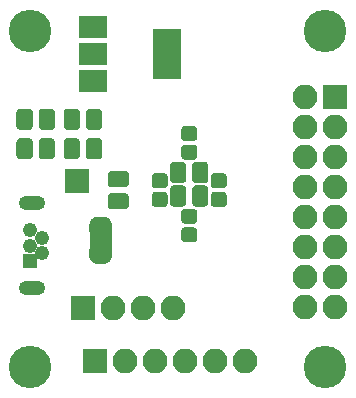
<source format=gbr>
G04 #@! TF.GenerationSoftware,KiCad,Pcbnew,(5.0.0-rc3-dev-2-g101b68b61)*
G04 #@! TF.CreationDate,2018-07-14T01:22:09-07:00*
G04 #@! TF.ProjectId,hp34401a_oled,68703334343031615F6F6C65642E6B69,rev?*
G04 #@! TF.SameCoordinates,Original*
G04 #@! TF.FileFunction,Soldermask,Top*
G04 #@! TF.FilePolarity,Negative*
%FSLAX46Y46*%
G04 Gerber Fmt 4.6, Leading zero omitted, Abs format (unit mm)*
G04 Created by KiCad (PCBNEW (5.0.0-rc3-dev-2-g101b68b61)) date 07/14/18 01:22:09*
%MOMM*%
%LPD*%
G01*
G04 APERTURE LIST*
%ADD10O,2.250000X1.250000*%
%ADD11C,1.240000*%
%ADD12R,1.240000X1.240000*%
%ADD13C,0.100000*%
%ADD14C,1.275000*%
%ADD15C,1.375000*%
%ADD16R,2.100000X2.100000*%
%ADD17O,2.100000X2.100000*%
%ADD18C,0.500000*%
%ADD19R,1.900000X1.400000*%
%ADD20R,2.400000X4.200000*%
%ADD21R,2.400000X1.900000*%
%ADD22C,3.600000*%
G04 APERTURE END LIST*
D10*
G04 #@! TO.C,J1*
X52720000Y-57125000D03*
X52720000Y-64275000D03*
D11*
X52500000Y-59400000D03*
X53500000Y-60050000D03*
X52500000Y-60700000D03*
X53500000Y-61350000D03*
D12*
X52500000Y-62000000D03*
G04 #@! TD*
D13*
G04 #@! TO.C,C3*
G36*
X63887493Y-54576535D02*
X63918435Y-54581125D01*
X63948778Y-54588725D01*
X63978230Y-54599263D01*
X64006508Y-54612638D01*
X64033338Y-54628719D01*
X64058463Y-54647353D01*
X64081640Y-54668360D01*
X64102647Y-54691537D01*
X64121281Y-54716662D01*
X64137362Y-54743492D01*
X64150737Y-54771770D01*
X64161275Y-54801222D01*
X64168875Y-54831565D01*
X64173465Y-54862507D01*
X64175000Y-54893750D01*
X64175000Y-55531250D01*
X64173465Y-55562493D01*
X64168875Y-55593435D01*
X64161275Y-55623778D01*
X64150737Y-55653230D01*
X64137362Y-55681508D01*
X64121281Y-55708338D01*
X64102647Y-55733463D01*
X64081640Y-55756640D01*
X64058463Y-55777647D01*
X64033338Y-55796281D01*
X64006508Y-55812362D01*
X63978230Y-55825737D01*
X63948778Y-55836275D01*
X63918435Y-55843875D01*
X63887493Y-55848465D01*
X63856250Y-55850000D01*
X63143750Y-55850000D01*
X63112507Y-55848465D01*
X63081565Y-55843875D01*
X63051222Y-55836275D01*
X63021770Y-55825737D01*
X62993492Y-55812362D01*
X62966662Y-55796281D01*
X62941537Y-55777647D01*
X62918360Y-55756640D01*
X62897353Y-55733463D01*
X62878719Y-55708338D01*
X62862638Y-55681508D01*
X62849263Y-55653230D01*
X62838725Y-55623778D01*
X62831125Y-55593435D01*
X62826535Y-55562493D01*
X62825000Y-55531250D01*
X62825000Y-54893750D01*
X62826535Y-54862507D01*
X62831125Y-54831565D01*
X62838725Y-54801222D01*
X62849263Y-54771770D01*
X62862638Y-54743492D01*
X62878719Y-54716662D01*
X62897353Y-54691537D01*
X62918360Y-54668360D01*
X62941537Y-54647353D01*
X62966662Y-54628719D01*
X62993492Y-54612638D01*
X63021770Y-54599263D01*
X63051222Y-54588725D01*
X63081565Y-54581125D01*
X63112507Y-54576535D01*
X63143750Y-54575000D01*
X63856250Y-54575000D01*
X63887493Y-54576535D01*
X63887493Y-54576535D01*
G37*
D14*
X63500000Y-55212500D03*
D13*
G36*
X63887493Y-56151535D02*
X63918435Y-56156125D01*
X63948778Y-56163725D01*
X63978230Y-56174263D01*
X64006508Y-56187638D01*
X64033338Y-56203719D01*
X64058463Y-56222353D01*
X64081640Y-56243360D01*
X64102647Y-56266537D01*
X64121281Y-56291662D01*
X64137362Y-56318492D01*
X64150737Y-56346770D01*
X64161275Y-56376222D01*
X64168875Y-56406565D01*
X64173465Y-56437507D01*
X64175000Y-56468750D01*
X64175000Y-57106250D01*
X64173465Y-57137493D01*
X64168875Y-57168435D01*
X64161275Y-57198778D01*
X64150737Y-57228230D01*
X64137362Y-57256508D01*
X64121281Y-57283338D01*
X64102647Y-57308463D01*
X64081640Y-57331640D01*
X64058463Y-57352647D01*
X64033338Y-57371281D01*
X64006508Y-57387362D01*
X63978230Y-57400737D01*
X63948778Y-57411275D01*
X63918435Y-57418875D01*
X63887493Y-57423465D01*
X63856250Y-57425000D01*
X63143750Y-57425000D01*
X63112507Y-57423465D01*
X63081565Y-57418875D01*
X63051222Y-57411275D01*
X63021770Y-57400737D01*
X62993492Y-57387362D01*
X62966662Y-57371281D01*
X62941537Y-57352647D01*
X62918360Y-57331640D01*
X62897353Y-57308463D01*
X62878719Y-57283338D01*
X62862638Y-57256508D01*
X62849263Y-57228230D01*
X62838725Y-57198778D01*
X62831125Y-57168435D01*
X62826535Y-57137493D01*
X62825000Y-57106250D01*
X62825000Y-56468750D01*
X62826535Y-56437507D01*
X62831125Y-56406565D01*
X62838725Y-56376222D01*
X62849263Y-56346770D01*
X62862638Y-56318492D01*
X62878719Y-56291662D01*
X62897353Y-56266537D01*
X62918360Y-56243360D01*
X62941537Y-56222353D01*
X62966662Y-56203719D01*
X62993492Y-56187638D01*
X63021770Y-56174263D01*
X63051222Y-56163725D01*
X63081565Y-56156125D01*
X63112507Y-56151535D01*
X63143750Y-56150000D01*
X63856250Y-56150000D01*
X63887493Y-56151535D01*
X63887493Y-56151535D01*
G37*
D14*
X63500000Y-56787500D03*
G04 #@! TD*
D13*
G04 #@! TO.C,C4*
G36*
X66387493Y-57576535D02*
X66418435Y-57581125D01*
X66448778Y-57588725D01*
X66478230Y-57599263D01*
X66506508Y-57612638D01*
X66533338Y-57628719D01*
X66558463Y-57647353D01*
X66581640Y-57668360D01*
X66602647Y-57691537D01*
X66621281Y-57716662D01*
X66637362Y-57743492D01*
X66650737Y-57771770D01*
X66661275Y-57801222D01*
X66668875Y-57831565D01*
X66673465Y-57862507D01*
X66675000Y-57893750D01*
X66675000Y-58531250D01*
X66673465Y-58562493D01*
X66668875Y-58593435D01*
X66661275Y-58623778D01*
X66650737Y-58653230D01*
X66637362Y-58681508D01*
X66621281Y-58708338D01*
X66602647Y-58733463D01*
X66581640Y-58756640D01*
X66558463Y-58777647D01*
X66533338Y-58796281D01*
X66506508Y-58812362D01*
X66478230Y-58825737D01*
X66448778Y-58836275D01*
X66418435Y-58843875D01*
X66387493Y-58848465D01*
X66356250Y-58850000D01*
X65643750Y-58850000D01*
X65612507Y-58848465D01*
X65581565Y-58843875D01*
X65551222Y-58836275D01*
X65521770Y-58825737D01*
X65493492Y-58812362D01*
X65466662Y-58796281D01*
X65441537Y-58777647D01*
X65418360Y-58756640D01*
X65397353Y-58733463D01*
X65378719Y-58708338D01*
X65362638Y-58681508D01*
X65349263Y-58653230D01*
X65338725Y-58623778D01*
X65331125Y-58593435D01*
X65326535Y-58562493D01*
X65325000Y-58531250D01*
X65325000Y-57893750D01*
X65326535Y-57862507D01*
X65331125Y-57831565D01*
X65338725Y-57801222D01*
X65349263Y-57771770D01*
X65362638Y-57743492D01*
X65378719Y-57716662D01*
X65397353Y-57691537D01*
X65418360Y-57668360D01*
X65441537Y-57647353D01*
X65466662Y-57628719D01*
X65493492Y-57612638D01*
X65521770Y-57599263D01*
X65551222Y-57588725D01*
X65581565Y-57581125D01*
X65612507Y-57576535D01*
X65643750Y-57575000D01*
X66356250Y-57575000D01*
X66387493Y-57576535D01*
X66387493Y-57576535D01*
G37*
D14*
X66000000Y-58212500D03*
D13*
G36*
X66387493Y-59151535D02*
X66418435Y-59156125D01*
X66448778Y-59163725D01*
X66478230Y-59174263D01*
X66506508Y-59187638D01*
X66533338Y-59203719D01*
X66558463Y-59222353D01*
X66581640Y-59243360D01*
X66602647Y-59266537D01*
X66621281Y-59291662D01*
X66637362Y-59318492D01*
X66650737Y-59346770D01*
X66661275Y-59376222D01*
X66668875Y-59406565D01*
X66673465Y-59437507D01*
X66675000Y-59468750D01*
X66675000Y-60106250D01*
X66673465Y-60137493D01*
X66668875Y-60168435D01*
X66661275Y-60198778D01*
X66650737Y-60228230D01*
X66637362Y-60256508D01*
X66621281Y-60283338D01*
X66602647Y-60308463D01*
X66581640Y-60331640D01*
X66558463Y-60352647D01*
X66533338Y-60371281D01*
X66506508Y-60387362D01*
X66478230Y-60400737D01*
X66448778Y-60411275D01*
X66418435Y-60418875D01*
X66387493Y-60423465D01*
X66356250Y-60425000D01*
X65643750Y-60425000D01*
X65612507Y-60423465D01*
X65581565Y-60418875D01*
X65551222Y-60411275D01*
X65521770Y-60400737D01*
X65493492Y-60387362D01*
X65466662Y-60371281D01*
X65441537Y-60352647D01*
X65418360Y-60331640D01*
X65397353Y-60308463D01*
X65378719Y-60283338D01*
X65362638Y-60256508D01*
X65349263Y-60228230D01*
X65338725Y-60198778D01*
X65331125Y-60168435D01*
X65326535Y-60137493D01*
X65325000Y-60106250D01*
X65325000Y-59468750D01*
X65326535Y-59437507D01*
X65331125Y-59406565D01*
X65338725Y-59376222D01*
X65349263Y-59346770D01*
X65362638Y-59318492D01*
X65378719Y-59291662D01*
X65397353Y-59266537D01*
X65418360Y-59243360D01*
X65441537Y-59222353D01*
X65466662Y-59203719D01*
X65493492Y-59187638D01*
X65521770Y-59174263D01*
X65551222Y-59163725D01*
X65581565Y-59156125D01*
X65612507Y-59151535D01*
X65643750Y-59150000D01*
X66356250Y-59150000D01*
X66387493Y-59151535D01*
X66387493Y-59151535D01*
G37*
D14*
X66000000Y-59787500D03*
G04 #@! TD*
D13*
G04 #@! TO.C,C5*
G36*
X66387493Y-50576535D02*
X66418435Y-50581125D01*
X66448778Y-50588725D01*
X66478230Y-50599263D01*
X66506508Y-50612638D01*
X66533338Y-50628719D01*
X66558463Y-50647353D01*
X66581640Y-50668360D01*
X66602647Y-50691537D01*
X66621281Y-50716662D01*
X66637362Y-50743492D01*
X66650737Y-50771770D01*
X66661275Y-50801222D01*
X66668875Y-50831565D01*
X66673465Y-50862507D01*
X66675000Y-50893750D01*
X66675000Y-51531250D01*
X66673465Y-51562493D01*
X66668875Y-51593435D01*
X66661275Y-51623778D01*
X66650737Y-51653230D01*
X66637362Y-51681508D01*
X66621281Y-51708338D01*
X66602647Y-51733463D01*
X66581640Y-51756640D01*
X66558463Y-51777647D01*
X66533338Y-51796281D01*
X66506508Y-51812362D01*
X66478230Y-51825737D01*
X66448778Y-51836275D01*
X66418435Y-51843875D01*
X66387493Y-51848465D01*
X66356250Y-51850000D01*
X65643750Y-51850000D01*
X65612507Y-51848465D01*
X65581565Y-51843875D01*
X65551222Y-51836275D01*
X65521770Y-51825737D01*
X65493492Y-51812362D01*
X65466662Y-51796281D01*
X65441537Y-51777647D01*
X65418360Y-51756640D01*
X65397353Y-51733463D01*
X65378719Y-51708338D01*
X65362638Y-51681508D01*
X65349263Y-51653230D01*
X65338725Y-51623778D01*
X65331125Y-51593435D01*
X65326535Y-51562493D01*
X65325000Y-51531250D01*
X65325000Y-50893750D01*
X65326535Y-50862507D01*
X65331125Y-50831565D01*
X65338725Y-50801222D01*
X65349263Y-50771770D01*
X65362638Y-50743492D01*
X65378719Y-50716662D01*
X65397353Y-50691537D01*
X65418360Y-50668360D01*
X65441537Y-50647353D01*
X65466662Y-50628719D01*
X65493492Y-50612638D01*
X65521770Y-50599263D01*
X65551222Y-50588725D01*
X65581565Y-50581125D01*
X65612507Y-50576535D01*
X65643750Y-50575000D01*
X66356250Y-50575000D01*
X66387493Y-50576535D01*
X66387493Y-50576535D01*
G37*
D14*
X66000000Y-51212500D03*
D13*
G36*
X66387493Y-52151535D02*
X66418435Y-52156125D01*
X66448778Y-52163725D01*
X66478230Y-52174263D01*
X66506508Y-52187638D01*
X66533338Y-52203719D01*
X66558463Y-52222353D01*
X66581640Y-52243360D01*
X66602647Y-52266537D01*
X66621281Y-52291662D01*
X66637362Y-52318492D01*
X66650737Y-52346770D01*
X66661275Y-52376222D01*
X66668875Y-52406565D01*
X66673465Y-52437507D01*
X66675000Y-52468750D01*
X66675000Y-53106250D01*
X66673465Y-53137493D01*
X66668875Y-53168435D01*
X66661275Y-53198778D01*
X66650737Y-53228230D01*
X66637362Y-53256508D01*
X66621281Y-53283338D01*
X66602647Y-53308463D01*
X66581640Y-53331640D01*
X66558463Y-53352647D01*
X66533338Y-53371281D01*
X66506508Y-53387362D01*
X66478230Y-53400737D01*
X66448778Y-53411275D01*
X66418435Y-53418875D01*
X66387493Y-53423465D01*
X66356250Y-53425000D01*
X65643750Y-53425000D01*
X65612507Y-53423465D01*
X65581565Y-53418875D01*
X65551222Y-53411275D01*
X65521770Y-53400737D01*
X65493492Y-53387362D01*
X65466662Y-53371281D01*
X65441537Y-53352647D01*
X65418360Y-53331640D01*
X65397353Y-53308463D01*
X65378719Y-53283338D01*
X65362638Y-53256508D01*
X65349263Y-53228230D01*
X65338725Y-53198778D01*
X65331125Y-53168435D01*
X65326535Y-53137493D01*
X65325000Y-53106250D01*
X65325000Y-52468750D01*
X65326535Y-52437507D01*
X65331125Y-52406565D01*
X65338725Y-52376222D01*
X65349263Y-52346770D01*
X65362638Y-52318492D01*
X65378719Y-52291662D01*
X65397353Y-52266537D01*
X65418360Y-52243360D01*
X65441537Y-52222353D01*
X65466662Y-52203719D01*
X65493492Y-52187638D01*
X65521770Y-52174263D01*
X65551222Y-52163725D01*
X65581565Y-52156125D01*
X65612507Y-52151535D01*
X65643750Y-52150000D01*
X66356250Y-52150000D01*
X66387493Y-52151535D01*
X66387493Y-52151535D01*
G37*
D14*
X66000000Y-52787500D03*
G04 #@! TD*
D13*
G04 #@! TO.C,C6*
G36*
X68887493Y-56151535D02*
X68918435Y-56156125D01*
X68948778Y-56163725D01*
X68978230Y-56174263D01*
X69006508Y-56187638D01*
X69033338Y-56203719D01*
X69058463Y-56222353D01*
X69081640Y-56243360D01*
X69102647Y-56266537D01*
X69121281Y-56291662D01*
X69137362Y-56318492D01*
X69150737Y-56346770D01*
X69161275Y-56376222D01*
X69168875Y-56406565D01*
X69173465Y-56437507D01*
X69175000Y-56468750D01*
X69175000Y-57106250D01*
X69173465Y-57137493D01*
X69168875Y-57168435D01*
X69161275Y-57198778D01*
X69150737Y-57228230D01*
X69137362Y-57256508D01*
X69121281Y-57283338D01*
X69102647Y-57308463D01*
X69081640Y-57331640D01*
X69058463Y-57352647D01*
X69033338Y-57371281D01*
X69006508Y-57387362D01*
X68978230Y-57400737D01*
X68948778Y-57411275D01*
X68918435Y-57418875D01*
X68887493Y-57423465D01*
X68856250Y-57425000D01*
X68143750Y-57425000D01*
X68112507Y-57423465D01*
X68081565Y-57418875D01*
X68051222Y-57411275D01*
X68021770Y-57400737D01*
X67993492Y-57387362D01*
X67966662Y-57371281D01*
X67941537Y-57352647D01*
X67918360Y-57331640D01*
X67897353Y-57308463D01*
X67878719Y-57283338D01*
X67862638Y-57256508D01*
X67849263Y-57228230D01*
X67838725Y-57198778D01*
X67831125Y-57168435D01*
X67826535Y-57137493D01*
X67825000Y-57106250D01*
X67825000Y-56468750D01*
X67826535Y-56437507D01*
X67831125Y-56406565D01*
X67838725Y-56376222D01*
X67849263Y-56346770D01*
X67862638Y-56318492D01*
X67878719Y-56291662D01*
X67897353Y-56266537D01*
X67918360Y-56243360D01*
X67941537Y-56222353D01*
X67966662Y-56203719D01*
X67993492Y-56187638D01*
X68021770Y-56174263D01*
X68051222Y-56163725D01*
X68081565Y-56156125D01*
X68112507Y-56151535D01*
X68143750Y-56150000D01*
X68856250Y-56150000D01*
X68887493Y-56151535D01*
X68887493Y-56151535D01*
G37*
D14*
X68500000Y-56787500D03*
D13*
G36*
X68887493Y-54576535D02*
X68918435Y-54581125D01*
X68948778Y-54588725D01*
X68978230Y-54599263D01*
X69006508Y-54612638D01*
X69033338Y-54628719D01*
X69058463Y-54647353D01*
X69081640Y-54668360D01*
X69102647Y-54691537D01*
X69121281Y-54716662D01*
X69137362Y-54743492D01*
X69150737Y-54771770D01*
X69161275Y-54801222D01*
X69168875Y-54831565D01*
X69173465Y-54862507D01*
X69175000Y-54893750D01*
X69175000Y-55531250D01*
X69173465Y-55562493D01*
X69168875Y-55593435D01*
X69161275Y-55623778D01*
X69150737Y-55653230D01*
X69137362Y-55681508D01*
X69121281Y-55708338D01*
X69102647Y-55733463D01*
X69081640Y-55756640D01*
X69058463Y-55777647D01*
X69033338Y-55796281D01*
X69006508Y-55812362D01*
X68978230Y-55825737D01*
X68948778Y-55836275D01*
X68918435Y-55843875D01*
X68887493Y-55848465D01*
X68856250Y-55850000D01*
X68143750Y-55850000D01*
X68112507Y-55848465D01*
X68081565Y-55843875D01*
X68051222Y-55836275D01*
X68021770Y-55825737D01*
X67993492Y-55812362D01*
X67966662Y-55796281D01*
X67941537Y-55777647D01*
X67918360Y-55756640D01*
X67897353Y-55733463D01*
X67878719Y-55708338D01*
X67862638Y-55681508D01*
X67849263Y-55653230D01*
X67838725Y-55623778D01*
X67831125Y-55593435D01*
X67826535Y-55562493D01*
X67825000Y-55531250D01*
X67825000Y-54893750D01*
X67826535Y-54862507D01*
X67831125Y-54831565D01*
X67838725Y-54801222D01*
X67849263Y-54771770D01*
X67862638Y-54743492D01*
X67878719Y-54716662D01*
X67897353Y-54691537D01*
X67918360Y-54668360D01*
X67941537Y-54647353D01*
X67966662Y-54628719D01*
X67993492Y-54612638D01*
X68021770Y-54599263D01*
X68051222Y-54588725D01*
X68081565Y-54581125D01*
X68112507Y-54576535D01*
X68143750Y-54575000D01*
X68856250Y-54575000D01*
X68887493Y-54576535D01*
X68887493Y-54576535D01*
G37*
D14*
X68500000Y-55212500D03*
G04 #@! TD*
D13*
G04 #@! TO.C,D1*
G36*
X52439943Y-51601655D02*
X52473312Y-51606605D01*
X52506035Y-51614802D01*
X52537797Y-51626166D01*
X52568293Y-51640590D01*
X52597227Y-51657932D01*
X52624323Y-51678028D01*
X52649318Y-51700682D01*
X52671972Y-51725677D01*
X52692068Y-51752773D01*
X52709410Y-51781707D01*
X52723834Y-51812203D01*
X52735198Y-51843965D01*
X52743395Y-51876688D01*
X52748345Y-51910057D01*
X52750000Y-51943750D01*
X52750000Y-53056250D01*
X52748345Y-53089943D01*
X52743395Y-53123312D01*
X52735198Y-53156035D01*
X52723834Y-53187797D01*
X52709410Y-53218293D01*
X52692068Y-53247227D01*
X52671972Y-53274323D01*
X52649318Y-53299318D01*
X52624323Y-53321972D01*
X52597227Y-53342068D01*
X52568293Y-53359410D01*
X52537797Y-53373834D01*
X52506035Y-53385198D01*
X52473312Y-53393395D01*
X52439943Y-53398345D01*
X52406250Y-53400000D01*
X51718750Y-53400000D01*
X51685057Y-53398345D01*
X51651688Y-53393395D01*
X51618965Y-53385198D01*
X51587203Y-53373834D01*
X51556707Y-53359410D01*
X51527773Y-53342068D01*
X51500677Y-53321972D01*
X51475682Y-53299318D01*
X51453028Y-53274323D01*
X51432932Y-53247227D01*
X51415590Y-53218293D01*
X51401166Y-53187797D01*
X51389802Y-53156035D01*
X51381605Y-53123312D01*
X51376655Y-53089943D01*
X51375000Y-53056250D01*
X51375000Y-51943750D01*
X51376655Y-51910057D01*
X51381605Y-51876688D01*
X51389802Y-51843965D01*
X51401166Y-51812203D01*
X51415590Y-51781707D01*
X51432932Y-51752773D01*
X51453028Y-51725677D01*
X51475682Y-51700682D01*
X51500677Y-51678028D01*
X51527773Y-51657932D01*
X51556707Y-51640590D01*
X51587203Y-51626166D01*
X51618965Y-51614802D01*
X51651688Y-51606605D01*
X51685057Y-51601655D01*
X51718750Y-51600000D01*
X52406250Y-51600000D01*
X52439943Y-51601655D01*
X52439943Y-51601655D01*
G37*
D15*
X52062500Y-52500000D03*
D13*
G36*
X54314943Y-51601655D02*
X54348312Y-51606605D01*
X54381035Y-51614802D01*
X54412797Y-51626166D01*
X54443293Y-51640590D01*
X54472227Y-51657932D01*
X54499323Y-51678028D01*
X54524318Y-51700682D01*
X54546972Y-51725677D01*
X54567068Y-51752773D01*
X54584410Y-51781707D01*
X54598834Y-51812203D01*
X54610198Y-51843965D01*
X54618395Y-51876688D01*
X54623345Y-51910057D01*
X54625000Y-51943750D01*
X54625000Y-53056250D01*
X54623345Y-53089943D01*
X54618395Y-53123312D01*
X54610198Y-53156035D01*
X54598834Y-53187797D01*
X54584410Y-53218293D01*
X54567068Y-53247227D01*
X54546972Y-53274323D01*
X54524318Y-53299318D01*
X54499323Y-53321972D01*
X54472227Y-53342068D01*
X54443293Y-53359410D01*
X54412797Y-53373834D01*
X54381035Y-53385198D01*
X54348312Y-53393395D01*
X54314943Y-53398345D01*
X54281250Y-53400000D01*
X53593750Y-53400000D01*
X53560057Y-53398345D01*
X53526688Y-53393395D01*
X53493965Y-53385198D01*
X53462203Y-53373834D01*
X53431707Y-53359410D01*
X53402773Y-53342068D01*
X53375677Y-53321972D01*
X53350682Y-53299318D01*
X53328028Y-53274323D01*
X53307932Y-53247227D01*
X53290590Y-53218293D01*
X53276166Y-53187797D01*
X53264802Y-53156035D01*
X53256605Y-53123312D01*
X53251655Y-53089943D01*
X53250000Y-53056250D01*
X53250000Y-51943750D01*
X53251655Y-51910057D01*
X53256605Y-51876688D01*
X53264802Y-51843965D01*
X53276166Y-51812203D01*
X53290590Y-51781707D01*
X53307932Y-51752773D01*
X53328028Y-51725677D01*
X53350682Y-51700682D01*
X53375677Y-51678028D01*
X53402773Y-51657932D01*
X53431707Y-51640590D01*
X53462203Y-51626166D01*
X53493965Y-51614802D01*
X53526688Y-51606605D01*
X53560057Y-51601655D01*
X53593750Y-51600000D01*
X54281250Y-51600000D01*
X54314943Y-51601655D01*
X54314943Y-51601655D01*
G37*
D15*
X53937500Y-52500000D03*
G04 #@! TD*
D13*
G04 #@! TO.C,D2*
G36*
X54314943Y-49101655D02*
X54348312Y-49106605D01*
X54381035Y-49114802D01*
X54412797Y-49126166D01*
X54443293Y-49140590D01*
X54472227Y-49157932D01*
X54499323Y-49178028D01*
X54524318Y-49200682D01*
X54546972Y-49225677D01*
X54567068Y-49252773D01*
X54584410Y-49281707D01*
X54598834Y-49312203D01*
X54610198Y-49343965D01*
X54618395Y-49376688D01*
X54623345Y-49410057D01*
X54625000Y-49443750D01*
X54625000Y-50556250D01*
X54623345Y-50589943D01*
X54618395Y-50623312D01*
X54610198Y-50656035D01*
X54598834Y-50687797D01*
X54584410Y-50718293D01*
X54567068Y-50747227D01*
X54546972Y-50774323D01*
X54524318Y-50799318D01*
X54499323Y-50821972D01*
X54472227Y-50842068D01*
X54443293Y-50859410D01*
X54412797Y-50873834D01*
X54381035Y-50885198D01*
X54348312Y-50893395D01*
X54314943Y-50898345D01*
X54281250Y-50900000D01*
X53593750Y-50900000D01*
X53560057Y-50898345D01*
X53526688Y-50893395D01*
X53493965Y-50885198D01*
X53462203Y-50873834D01*
X53431707Y-50859410D01*
X53402773Y-50842068D01*
X53375677Y-50821972D01*
X53350682Y-50799318D01*
X53328028Y-50774323D01*
X53307932Y-50747227D01*
X53290590Y-50718293D01*
X53276166Y-50687797D01*
X53264802Y-50656035D01*
X53256605Y-50623312D01*
X53251655Y-50589943D01*
X53250000Y-50556250D01*
X53250000Y-49443750D01*
X53251655Y-49410057D01*
X53256605Y-49376688D01*
X53264802Y-49343965D01*
X53276166Y-49312203D01*
X53290590Y-49281707D01*
X53307932Y-49252773D01*
X53328028Y-49225677D01*
X53350682Y-49200682D01*
X53375677Y-49178028D01*
X53402773Y-49157932D01*
X53431707Y-49140590D01*
X53462203Y-49126166D01*
X53493965Y-49114802D01*
X53526688Y-49106605D01*
X53560057Y-49101655D01*
X53593750Y-49100000D01*
X54281250Y-49100000D01*
X54314943Y-49101655D01*
X54314943Y-49101655D01*
G37*
D15*
X53937500Y-50000000D03*
D13*
G36*
X52439943Y-49101655D02*
X52473312Y-49106605D01*
X52506035Y-49114802D01*
X52537797Y-49126166D01*
X52568293Y-49140590D01*
X52597227Y-49157932D01*
X52624323Y-49178028D01*
X52649318Y-49200682D01*
X52671972Y-49225677D01*
X52692068Y-49252773D01*
X52709410Y-49281707D01*
X52723834Y-49312203D01*
X52735198Y-49343965D01*
X52743395Y-49376688D01*
X52748345Y-49410057D01*
X52750000Y-49443750D01*
X52750000Y-50556250D01*
X52748345Y-50589943D01*
X52743395Y-50623312D01*
X52735198Y-50656035D01*
X52723834Y-50687797D01*
X52709410Y-50718293D01*
X52692068Y-50747227D01*
X52671972Y-50774323D01*
X52649318Y-50799318D01*
X52624323Y-50821972D01*
X52597227Y-50842068D01*
X52568293Y-50859410D01*
X52537797Y-50873834D01*
X52506035Y-50885198D01*
X52473312Y-50893395D01*
X52439943Y-50898345D01*
X52406250Y-50900000D01*
X51718750Y-50900000D01*
X51685057Y-50898345D01*
X51651688Y-50893395D01*
X51618965Y-50885198D01*
X51587203Y-50873834D01*
X51556707Y-50859410D01*
X51527773Y-50842068D01*
X51500677Y-50821972D01*
X51475682Y-50799318D01*
X51453028Y-50774323D01*
X51432932Y-50747227D01*
X51415590Y-50718293D01*
X51401166Y-50687797D01*
X51389802Y-50656035D01*
X51381605Y-50623312D01*
X51376655Y-50589943D01*
X51375000Y-50556250D01*
X51375000Y-49443750D01*
X51376655Y-49410057D01*
X51381605Y-49376688D01*
X51389802Y-49343965D01*
X51401166Y-49312203D01*
X51415590Y-49281707D01*
X51432932Y-49252773D01*
X51453028Y-49225677D01*
X51475682Y-49200682D01*
X51500677Y-49178028D01*
X51527773Y-49157932D01*
X51556707Y-49140590D01*
X51587203Y-49126166D01*
X51618965Y-49114802D01*
X51651688Y-49106605D01*
X51685057Y-49101655D01*
X51718750Y-49100000D01*
X52406250Y-49100000D01*
X52439943Y-49101655D01*
X52439943Y-49101655D01*
G37*
D15*
X52062500Y-50000000D03*
G04 #@! TD*
D16*
G04 #@! TO.C,J2*
X78340000Y-48100000D03*
D17*
X75800000Y-48100000D03*
X78340000Y-50640000D03*
X75800000Y-50640000D03*
X78340000Y-53180000D03*
X75800000Y-53180000D03*
X78340000Y-55720000D03*
X75800000Y-55720000D03*
X78340000Y-58260000D03*
X75800000Y-58260000D03*
X78340000Y-60800000D03*
X75800000Y-60800000D03*
X78340000Y-63340000D03*
X75800000Y-63340000D03*
X78340000Y-65880000D03*
X75800000Y-65880000D03*
G04 #@! TD*
D16*
G04 #@! TO.C,J3*
X57000000Y-66000000D03*
D17*
X59540000Y-66000000D03*
X62080000Y-66000000D03*
X64620000Y-66000000D03*
G04 #@! TD*
D16*
G04 #@! TO.C,J4*
X58000000Y-70500000D03*
D17*
X60540000Y-70500000D03*
X63080000Y-70500000D03*
X65620000Y-70500000D03*
X68160000Y-70500000D03*
X70700000Y-70500000D03*
G04 #@! TD*
D18*
G04 #@! TO.C,JP1*
X58500000Y-61550000D03*
D13*
G36*
X57553843Y-60960982D02*
X57565224Y-60923463D01*
X57583706Y-60888886D01*
X57608579Y-60858579D01*
X57638886Y-60833706D01*
X57673463Y-60815224D01*
X57710982Y-60803843D01*
X57750000Y-60800000D01*
X59250000Y-60800000D01*
X59289018Y-60803843D01*
X59326537Y-60815224D01*
X59361114Y-60833706D01*
X59391421Y-60858579D01*
X59416294Y-60888886D01*
X59434776Y-60923463D01*
X59446157Y-60960982D01*
X59450000Y-61000000D01*
X59450000Y-61550000D01*
X59449398Y-61556112D01*
X59449398Y-61574534D01*
X59448435Y-61594140D01*
X59443625Y-61642971D01*
X59440746Y-61662380D01*
X59431174Y-61710505D01*
X59426404Y-61729548D01*
X59412160Y-61776503D01*
X59405549Y-61794980D01*
X59386772Y-61840313D01*
X59378377Y-61858061D01*
X59355246Y-61901334D01*
X59345160Y-61918162D01*
X59317900Y-61958961D01*
X59306205Y-61974730D01*
X59275077Y-62012659D01*
X59261897Y-62027200D01*
X59227200Y-62061897D01*
X59212659Y-62075077D01*
X59174730Y-62106205D01*
X59158961Y-62117900D01*
X59118162Y-62145160D01*
X59101334Y-62155246D01*
X59058061Y-62178377D01*
X59040313Y-62186772D01*
X58994980Y-62205549D01*
X58976503Y-62212160D01*
X58929548Y-62226404D01*
X58910505Y-62231174D01*
X58862380Y-62240746D01*
X58842971Y-62243625D01*
X58794140Y-62248435D01*
X58774534Y-62249398D01*
X58756112Y-62249398D01*
X58750000Y-62250000D01*
X58250000Y-62250000D01*
X58243888Y-62249398D01*
X58225466Y-62249398D01*
X58205860Y-62248435D01*
X58157029Y-62243625D01*
X58137620Y-62240746D01*
X58089495Y-62231174D01*
X58070452Y-62226404D01*
X58023497Y-62212160D01*
X58005020Y-62205549D01*
X57959687Y-62186772D01*
X57941939Y-62178377D01*
X57898666Y-62155246D01*
X57881838Y-62145160D01*
X57841039Y-62117900D01*
X57825270Y-62106205D01*
X57787341Y-62075077D01*
X57772800Y-62061897D01*
X57738103Y-62027200D01*
X57724923Y-62012659D01*
X57693795Y-61974730D01*
X57682100Y-61958961D01*
X57654840Y-61918162D01*
X57644754Y-61901334D01*
X57621623Y-61858061D01*
X57613228Y-61840313D01*
X57594451Y-61794980D01*
X57587840Y-61776503D01*
X57573596Y-61729548D01*
X57568826Y-61710505D01*
X57559254Y-61662380D01*
X57556375Y-61642971D01*
X57551565Y-61594140D01*
X57550602Y-61574534D01*
X57550602Y-61556112D01*
X57550000Y-61550000D01*
X57550000Y-61000000D01*
X57553843Y-60960982D01*
X57553843Y-60960982D01*
G37*
D18*
X58500000Y-58950000D03*
D13*
G36*
X57550602Y-58943888D02*
X57550602Y-58925466D01*
X57551565Y-58905860D01*
X57556375Y-58857029D01*
X57559254Y-58837620D01*
X57568826Y-58789495D01*
X57573596Y-58770452D01*
X57587840Y-58723497D01*
X57594451Y-58705020D01*
X57613228Y-58659687D01*
X57621623Y-58641939D01*
X57644754Y-58598666D01*
X57654840Y-58581838D01*
X57682100Y-58541039D01*
X57693795Y-58525270D01*
X57724923Y-58487341D01*
X57738103Y-58472800D01*
X57772800Y-58438103D01*
X57787341Y-58424923D01*
X57825270Y-58393795D01*
X57841039Y-58382100D01*
X57881838Y-58354840D01*
X57898666Y-58344754D01*
X57941939Y-58321623D01*
X57959687Y-58313228D01*
X58005020Y-58294451D01*
X58023497Y-58287840D01*
X58070452Y-58273596D01*
X58089495Y-58268826D01*
X58137620Y-58259254D01*
X58157029Y-58256375D01*
X58205860Y-58251565D01*
X58225466Y-58250602D01*
X58243888Y-58250602D01*
X58250000Y-58250000D01*
X58750000Y-58250000D01*
X58756112Y-58250602D01*
X58774534Y-58250602D01*
X58794140Y-58251565D01*
X58842971Y-58256375D01*
X58862380Y-58259254D01*
X58910505Y-58268826D01*
X58929548Y-58273596D01*
X58976503Y-58287840D01*
X58994980Y-58294451D01*
X59040313Y-58313228D01*
X59058061Y-58321623D01*
X59101334Y-58344754D01*
X59118162Y-58354840D01*
X59158961Y-58382100D01*
X59174730Y-58393795D01*
X59212659Y-58424923D01*
X59227200Y-58438103D01*
X59261897Y-58472800D01*
X59275077Y-58487341D01*
X59306205Y-58525270D01*
X59317900Y-58541039D01*
X59345160Y-58581838D01*
X59355246Y-58598666D01*
X59378377Y-58641939D01*
X59386772Y-58659687D01*
X59405549Y-58705020D01*
X59412160Y-58723497D01*
X59426404Y-58770452D01*
X59431174Y-58789495D01*
X59440746Y-58837620D01*
X59443625Y-58857029D01*
X59448435Y-58905860D01*
X59449398Y-58925466D01*
X59449398Y-58943888D01*
X59450000Y-58950000D01*
X59450000Y-59500000D01*
X59446157Y-59539018D01*
X59434776Y-59576537D01*
X59416294Y-59611114D01*
X59391421Y-59641421D01*
X59361114Y-59666294D01*
X59326537Y-59684776D01*
X59289018Y-59696157D01*
X59250000Y-59700000D01*
X57750000Y-59700000D01*
X57710982Y-59696157D01*
X57673463Y-59684776D01*
X57638886Y-59666294D01*
X57608579Y-59641421D01*
X57583706Y-59611114D01*
X57565224Y-59576537D01*
X57553843Y-59539018D01*
X57550000Y-59500000D01*
X57550000Y-58950000D01*
X57550602Y-58943888D01*
X57550602Y-58943888D01*
G37*
D19*
X58500000Y-60250000D03*
G04 #@! TD*
D13*
G04 #@! TO.C,R1*
G36*
X67314943Y-53601655D02*
X67348312Y-53606605D01*
X67381035Y-53614802D01*
X67412797Y-53626166D01*
X67443293Y-53640590D01*
X67472227Y-53657932D01*
X67499323Y-53678028D01*
X67524318Y-53700682D01*
X67546972Y-53725677D01*
X67567068Y-53752773D01*
X67584410Y-53781707D01*
X67598834Y-53812203D01*
X67610198Y-53843965D01*
X67618395Y-53876688D01*
X67623345Y-53910057D01*
X67625000Y-53943750D01*
X67625000Y-55056250D01*
X67623345Y-55089943D01*
X67618395Y-55123312D01*
X67610198Y-55156035D01*
X67598834Y-55187797D01*
X67584410Y-55218293D01*
X67567068Y-55247227D01*
X67546972Y-55274323D01*
X67524318Y-55299318D01*
X67499323Y-55321972D01*
X67472227Y-55342068D01*
X67443293Y-55359410D01*
X67412797Y-55373834D01*
X67381035Y-55385198D01*
X67348312Y-55393395D01*
X67314943Y-55398345D01*
X67281250Y-55400000D01*
X66593750Y-55400000D01*
X66560057Y-55398345D01*
X66526688Y-55393395D01*
X66493965Y-55385198D01*
X66462203Y-55373834D01*
X66431707Y-55359410D01*
X66402773Y-55342068D01*
X66375677Y-55321972D01*
X66350682Y-55299318D01*
X66328028Y-55274323D01*
X66307932Y-55247227D01*
X66290590Y-55218293D01*
X66276166Y-55187797D01*
X66264802Y-55156035D01*
X66256605Y-55123312D01*
X66251655Y-55089943D01*
X66250000Y-55056250D01*
X66250000Y-53943750D01*
X66251655Y-53910057D01*
X66256605Y-53876688D01*
X66264802Y-53843965D01*
X66276166Y-53812203D01*
X66290590Y-53781707D01*
X66307932Y-53752773D01*
X66328028Y-53725677D01*
X66350682Y-53700682D01*
X66375677Y-53678028D01*
X66402773Y-53657932D01*
X66431707Y-53640590D01*
X66462203Y-53626166D01*
X66493965Y-53614802D01*
X66526688Y-53606605D01*
X66560057Y-53601655D01*
X66593750Y-53600000D01*
X67281250Y-53600000D01*
X67314943Y-53601655D01*
X67314943Y-53601655D01*
G37*
D15*
X66937500Y-54500000D03*
D13*
G36*
X65439943Y-53601655D02*
X65473312Y-53606605D01*
X65506035Y-53614802D01*
X65537797Y-53626166D01*
X65568293Y-53640590D01*
X65597227Y-53657932D01*
X65624323Y-53678028D01*
X65649318Y-53700682D01*
X65671972Y-53725677D01*
X65692068Y-53752773D01*
X65709410Y-53781707D01*
X65723834Y-53812203D01*
X65735198Y-53843965D01*
X65743395Y-53876688D01*
X65748345Y-53910057D01*
X65750000Y-53943750D01*
X65750000Y-55056250D01*
X65748345Y-55089943D01*
X65743395Y-55123312D01*
X65735198Y-55156035D01*
X65723834Y-55187797D01*
X65709410Y-55218293D01*
X65692068Y-55247227D01*
X65671972Y-55274323D01*
X65649318Y-55299318D01*
X65624323Y-55321972D01*
X65597227Y-55342068D01*
X65568293Y-55359410D01*
X65537797Y-55373834D01*
X65506035Y-55385198D01*
X65473312Y-55393395D01*
X65439943Y-55398345D01*
X65406250Y-55400000D01*
X64718750Y-55400000D01*
X64685057Y-55398345D01*
X64651688Y-55393395D01*
X64618965Y-55385198D01*
X64587203Y-55373834D01*
X64556707Y-55359410D01*
X64527773Y-55342068D01*
X64500677Y-55321972D01*
X64475682Y-55299318D01*
X64453028Y-55274323D01*
X64432932Y-55247227D01*
X64415590Y-55218293D01*
X64401166Y-55187797D01*
X64389802Y-55156035D01*
X64381605Y-55123312D01*
X64376655Y-55089943D01*
X64375000Y-55056250D01*
X64375000Y-53943750D01*
X64376655Y-53910057D01*
X64381605Y-53876688D01*
X64389802Y-53843965D01*
X64401166Y-53812203D01*
X64415590Y-53781707D01*
X64432932Y-53752773D01*
X64453028Y-53725677D01*
X64475682Y-53700682D01*
X64500677Y-53678028D01*
X64527773Y-53657932D01*
X64556707Y-53640590D01*
X64587203Y-53626166D01*
X64618965Y-53614802D01*
X64651688Y-53606605D01*
X64685057Y-53601655D01*
X64718750Y-53600000D01*
X65406250Y-53600000D01*
X65439943Y-53601655D01*
X65439943Y-53601655D01*
G37*
D15*
X65062500Y-54500000D03*
G04 #@! TD*
D13*
G04 #@! TO.C,R3*
G36*
X56439943Y-51601655D02*
X56473312Y-51606605D01*
X56506035Y-51614802D01*
X56537797Y-51626166D01*
X56568293Y-51640590D01*
X56597227Y-51657932D01*
X56624323Y-51678028D01*
X56649318Y-51700682D01*
X56671972Y-51725677D01*
X56692068Y-51752773D01*
X56709410Y-51781707D01*
X56723834Y-51812203D01*
X56735198Y-51843965D01*
X56743395Y-51876688D01*
X56748345Y-51910057D01*
X56750000Y-51943750D01*
X56750000Y-53056250D01*
X56748345Y-53089943D01*
X56743395Y-53123312D01*
X56735198Y-53156035D01*
X56723834Y-53187797D01*
X56709410Y-53218293D01*
X56692068Y-53247227D01*
X56671972Y-53274323D01*
X56649318Y-53299318D01*
X56624323Y-53321972D01*
X56597227Y-53342068D01*
X56568293Y-53359410D01*
X56537797Y-53373834D01*
X56506035Y-53385198D01*
X56473312Y-53393395D01*
X56439943Y-53398345D01*
X56406250Y-53400000D01*
X55718750Y-53400000D01*
X55685057Y-53398345D01*
X55651688Y-53393395D01*
X55618965Y-53385198D01*
X55587203Y-53373834D01*
X55556707Y-53359410D01*
X55527773Y-53342068D01*
X55500677Y-53321972D01*
X55475682Y-53299318D01*
X55453028Y-53274323D01*
X55432932Y-53247227D01*
X55415590Y-53218293D01*
X55401166Y-53187797D01*
X55389802Y-53156035D01*
X55381605Y-53123312D01*
X55376655Y-53089943D01*
X55375000Y-53056250D01*
X55375000Y-51943750D01*
X55376655Y-51910057D01*
X55381605Y-51876688D01*
X55389802Y-51843965D01*
X55401166Y-51812203D01*
X55415590Y-51781707D01*
X55432932Y-51752773D01*
X55453028Y-51725677D01*
X55475682Y-51700682D01*
X55500677Y-51678028D01*
X55527773Y-51657932D01*
X55556707Y-51640590D01*
X55587203Y-51626166D01*
X55618965Y-51614802D01*
X55651688Y-51606605D01*
X55685057Y-51601655D01*
X55718750Y-51600000D01*
X56406250Y-51600000D01*
X56439943Y-51601655D01*
X56439943Y-51601655D01*
G37*
D15*
X56062500Y-52500000D03*
D13*
G36*
X58314943Y-51601655D02*
X58348312Y-51606605D01*
X58381035Y-51614802D01*
X58412797Y-51626166D01*
X58443293Y-51640590D01*
X58472227Y-51657932D01*
X58499323Y-51678028D01*
X58524318Y-51700682D01*
X58546972Y-51725677D01*
X58567068Y-51752773D01*
X58584410Y-51781707D01*
X58598834Y-51812203D01*
X58610198Y-51843965D01*
X58618395Y-51876688D01*
X58623345Y-51910057D01*
X58625000Y-51943750D01*
X58625000Y-53056250D01*
X58623345Y-53089943D01*
X58618395Y-53123312D01*
X58610198Y-53156035D01*
X58598834Y-53187797D01*
X58584410Y-53218293D01*
X58567068Y-53247227D01*
X58546972Y-53274323D01*
X58524318Y-53299318D01*
X58499323Y-53321972D01*
X58472227Y-53342068D01*
X58443293Y-53359410D01*
X58412797Y-53373834D01*
X58381035Y-53385198D01*
X58348312Y-53393395D01*
X58314943Y-53398345D01*
X58281250Y-53400000D01*
X57593750Y-53400000D01*
X57560057Y-53398345D01*
X57526688Y-53393395D01*
X57493965Y-53385198D01*
X57462203Y-53373834D01*
X57431707Y-53359410D01*
X57402773Y-53342068D01*
X57375677Y-53321972D01*
X57350682Y-53299318D01*
X57328028Y-53274323D01*
X57307932Y-53247227D01*
X57290590Y-53218293D01*
X57276166Y-53187797D01*
X57264802Y-53156035D01*
X57256605Y-53123312D01*
X57251655Y-53089943D01*
X57250000Y-53056250D01*
X57250000Y-51943750D01*
X57251655Y-51910057D01*
X57256605Y-51876688D01*
X57264802Y-51843965D01*
X57276166Y-51812203D01*
X57290590Y-51781707D01*
X57307932Y-51752773D01*
X57328028Y-51725677D01*
X57350682Y-51700682D01*
X57375677Y-51678028D01*
X57402773Y-51657932D01*
X57431707Y-51640590D01*
X57462203Y-51626166D01*
X57493965Y-51614802D01*
X57526688Y-51606605D01*
X57560057Y-51601655D01*
X57593750Y-51600000D01*
X58281250Y-51600000D01*
X58314943Y-51601655D01*
X58314943Y-51601655D01*
G37*
D15*
X57937500Y-52500000D03*
G04 #@! TD*
D13*
G04 #@! TO.C,R4*
G36*
X56439943Y-49101655D02*
X56473312Y-49106605D01*
X56506035Y-49114802D01*
X56537797Y-49126166D01*
X56568293Y-49140590D01*
X56597227Y-49157932D01*
X56624323Y-49178028D01*
X56649318Y-49200682D01*
X56671972Y-49225677D01*
X56692068Y-49252773D01*
X56709410Y-49281707D01*
X56723834Y-49312203D01*
X56735198Y-49343965D01*
X56743395Y-49376688D01*
X56748345Y-49410057D01*
X56750000Y-49443750D01*
X56750000Y-50556250D01*
X56748345Y-50589943D01*
X56743395Y-50623312D01*
X56735198Y-50656035D01*
X56723834Y-50687797D01*
X56709410Y-50718293D01*
X56692068Y-50747227D01*
X56671972Y-50774323D01*
X56649318Y-50799318D01*
X56624323Y-50821972D01*
X56597227Y-50842068D01*
X56568293Y-50859410D01*
X56537797Y-50873834D01*
X56506035Y-50885198D01*
X56473312Y-50893395D01*
X56439943Y-50898345D01*
X56406250Y-50900000D01*
X55718750Y-50900000D01*
X55685057Y-50898345D01*
X55651688Y-50893395D01*
X55618965Y-50885198D01*
X55587203Y-50873834D01*
X55556707Y-50859410D01*
X55527773Y-50842068D01*
X55500677Y-50821972D01*
X55475682Y-50799318D01*
X55453028Y-50774323D01*
X55432932Y-50747227D01*
X55415590Y-50718293D01*
X55401166Y-50687797D01*
X55389802Y-50656035D01*
X55381605Y-50623312D01*
X55376655Y-50589943D01*
X55375000Y-50556250D01*
X55375000Y-49443750D01*
X55376655Y-49410057D01*
X55381605Y-49376688D01*
X55389802Y-49343965D01*
X55401166Y-49312203D01*
X55415590Y-49281707D01*
X55432932Y-49252773D01*
X55453028Y-49225677D01*
X55475682Y-49200682D01*
X55500677Y-49178028D01*
X55527773Y-49157932D01*
X55556707Y-49140590D01*
X55587203Y-49126166D01*
X55618965Y-49114802D01*
X55651688Y-49106605D01*
X55685057Y-49101655D01*
X55718750Y-49100000D01*
X56406250Y-49100000D01*
X56439943Y-49101655D01*
X56439943Y-49101655D01*
G37*
D15*
X56062500Y-50000000D03*
D13*
G36*
X58314943Y-49101655D02*
X58348312Y-49106605D01*
X58381035Y-49114802D01*
X58412797Y-49126166D01*
X58443293Y-49140590D01*
X58472227Y-49157932D01*
X58499323Y-49178028D01*
X58524318Y-49200682D01*
X58546972Y-49225677D01*
X58567068Y-49252773D01*
X58584410Y-49281707D01*
X58598834Y-49312203D01*
X58610198Y-49343965D01*
X58618395Y-49376688D01*
X58623345Y-49410057D01*
X58625000Y-49443750D01*
X58625000Y-50556250D01*
X58623345Y-50589943D01*
X58618395Y-50623312D01*
X58610198Y-50656035D01*
X58598834Y-50687797D01*
X58584410Y-50718293D01*
X58567068Y-50747227D01*
X58546972Y-50774323D01*
X58524318Y-50799318D01*
X58499323Y-50821972D01*
X58472227Y-50842068D01*
X58443293Y-50859410D01*
X58412797Y-50873834D01*
X58381035Y-50885198D01*
X58348312Y-50893395D01*
X58314943Y-50898345D01*
X58281250Y-50900000D01*
X57593750Y-50900000D01*
X57560057Y-50898345D01*
X57526688Y-50893395D01*
X57493965Y-50885198D01*
X57462203Y-50873834D01*
X57431707Y-50859410D01*
X57402773Y-50842068D01*
X57375677Y-50821972D01*
X57350682Y-50799318D01*
X57328028Y-50774323D01*
X57307932Y-50747227D01*
X57290590Y-50718293D01*
X57276166Y-50687797D01*
X57264802Y-50656035D01*
X57256605Y-50623312D01*
X57251655Y-50589943D01*
X57250000Y-50556250D01*
X57250000Y-49443750D01*
X57251655Y-49410057D01*
X57256605Y-49376688D01*
X57264802Y-49343965D01*
X57276166Y-49312203D01*
X57290590Y-49281707D01*
X57307932Y-49252773D01*
X57328028Y-49225677D01*
X57350682Y-49200682D01*
X57375677Y-49178028D01*
X57402773Y-49157932D01*
X57431707Y-49140590D01*
X57462203Y-49126166D01*
X57493965Y-49114802D01*
X57526688Y-49106605D01*
X57560057Y-49101655D01*
X57593750Y-49100000D01*
X58281250Y-49100000D01*
X58314943Y-49101655D01*
X58314943Y-49101655D01*
G37*
D15*
X57937500Y-50000000D03*
G04 #@! TD*
D13*
G04 #@! TO.C,R7*
G36*
X60589943Y-56251655D02*
X60623312Y-56256605D01*
X60656035Y-56264802D01*
X60687797Y-56276166D01*
X60718293Y-56290590D01*
X60747227Y-56307932D01*
X60774323Y-56328028D01*
X60799318Y-56350682D01*
X60821972Y-56375677D01*
X60842068Y-56402773D01*
X60859410Y-56431707D01*
X60873834Y-56462203D01*
X60885198Y-56493965D01*
X60893395Y-56526688D01*
X60898345Y-56560057D01*
X60900000Y-56593750D01*
X60900000Y-57281250D01*
X60898345Y-57314943D01*
X60893395Y-57348312D01*
X60885198Y-57381035D01*
X60873834Y-57412797D01*
X60859410Y-57443293D01*
X60842068Y-57472227D01*
X60821972Y-57499323D01*
X60799318Y-57524318D01*
X60774323Y-57546972D01*
X60747227Y-57567068D01*
X60718293Y-57584410D01*
X60687797Y-57598834D01*
X60656035Y-57610198D01*
X60623312Y-57618395D01*
X60589943Y-57623345D01*
X60556250Y-57625000D01*
X59443750Y-57625000D01*
X59410057Y-57623345D01*
X59376688Y-57618395D01*
X59343965Y-57610198D01*
X59312203Y-57598834D01*
X59281707Y-57584410D01*
X59252773Y-57567068D01*
X59225677Y-57546972D01*
X59200682Y-57524318D01*
X59178028Y-57499323D01*
X59157932Y-57472227D01*
X59140590Y-57443293D01*
X59126166Y-57412797D01*
X59114802Y-57381035D01*
X59106605Y-57348312D01*
X59101655Y-57314943D01*
X59100000Y-57281250D01*
X59100000Y-56593750D01*
X59101655Y-56560057D01*
X59106605Y-56526688D01*
X59114802Y-56493965D01*
X59126166Y-56462203D01*
X59140590Y-56431707D01*
X59157932Y-56402773D01*
X59178028Y-56375677D01*
X59200682Y-56350682D01*
X59225677Y-56328028D01*
X59252773Y-56307932D01*
X59281707Y-56290590D01*
X59312203Y-56276166D01*
X59343965Y-56264802D01*
X59376688Y-56256605D01*
X59410057Y-56251655D01*
X59443750Y-56250000D01*
X60556250Y-56250000D01*
X60589943Y-56251655D01*
X60589943Y-56251655D01*
G37*
D15*
X60000000Y-56937500D03*
D13*
G36*
X60589943Y-54376655D02*
X60623312Y-54381605D01*
X60656035Y-54389802D01*
X60687797Y-54401166D01*
X60718293Y-54415590D01*
X60747227Y-54432932D01*
X60774323Y-54453028D01*
X60799318Y-54475682D01*
X60821972Y-54500677D01*
X60842068Y-54527773D01*
X60859410Y-54556707D01*
X60873834Y-54587203D01*
X60885198Y-54618965D01*
X60893395Y-54651688D01*
X60898345Y-54685057D01*
X60900000Y-54718750D01*
X60900000Y-55406250D01*
X60898345Y-55439943D01*
X60893395Y-55473312D01*
X60885198Y-55506035D01*
X60873834Y-55537797D01*
X60859410Y-55568293D01*
X60842068Y-55597227D01*
X60821972Y-55624323D01*
X60799318Y-55649318D01*
X60774323Y-55671972D01*
X60747227Y-55692068D01*
X60718293Y-55709410D01*
X60687797Y-55723834D01*
X60656035Y-55735198D01*
X60623312Y-55743395D01*
X60589943Y-55748345D01*
X60556250Y-55750000D01*
X59443750Y-55750000D01*
X59410057Y-55748345D01*
X59376688Y-55743395D01*
X59343965Y-55735198D01*
X59312203Y-55723834D01*
X59281707Y-55709410D01*
X59252773Y-55692068D01*
X59225677Y-55671972D01*
X59200682Y-55649318D01*
X59178028Y-55624323D01*
X59157932Y-55597227D01*
X59140590Y-55568293D01*
X59126166Y-55537797D01*
X59114802Y-55506035D01*
X59106605Y-55473312D01*
X59101655Y-55439943D01*
X59100000Y-55406250D01*
X59100000Y-54718750D01*
X59101655Y-54685057D01*
X59106605Y-54651688D01*
X59114802Y-54618965D01*
X59126166Y-54587203D01*
X59140590Y-54556707D01*
X59157932Y-54527773D01*
X59178028Y-54500677D01*
X59200682Y-54475682D01*
X59225677Y-54453028D01*
X59252773Y-54432932D01*
X59281707Y-54415590D01*
X59312203Y-54401166D01*
X59343965Y-54389802D01*
X59376688Y-54381605D01*
X59410057Y-54376655D01*
X59443750Y-54375000D01*
X60556250Y-54375000D01*
X60589943Y-54376655D01*
X60589943Y-54376655D01*
G37*
D15*
X60000000Y-55062500D03*
G04 #@! TD*
D13*
G04 #@! TO.C,R8*
G36*
X67314943Y-55601655D02*
X67348312Y-55606605D01*
X67381035Y-55614802D01*
X67412797Y-55626166D01*
X67443293Y-55640590D01*
X67472227Y-55657932D01*
X67499323Y-55678028D01*
X67524318Y-55700682D01*
X67546972Y-55725677D01*
X67567068Y-55752773D01*
X67584410Y-55781707D01*
X67598834Y-55812203D01*
X67610198Y-55843965D01*
X67618395Y-55876688D01*
X67623345Y-55910057D01*
X67625000Y-55943750D01*
X67625000Y-57056250D01*
X67623345Y-57089943D01*
X67618395Y-57123312D01*
X67610198Y-57156035D01*
X67598834Y-57187797D01*
X67584410Y-57218293D01*
X67567068Y-57247227D01*
X67546972Y-57274323D01*
X67524318Y-57299318D01*
X67499323Y-57321972D01*
X67472227Y-57342068D01*
X67443293Y-57359410D01*
X67412797Y-57373834D01*
X67381035Y-57385198D01*
X67348312Y-57393395D01*
X67314943Y-57398345D01*
X67281250Y-57400000D01*
X66593750Y-57400000D01*
X66560057Y-57398345D01*
X66526688Y-57393395D01*
X66493965Y-57385198D01*
X66462203Y-57373834D01*
X66431707Y-57359410D01*
X66402773Y-57342068D01*
X66375677Y-57321972D01*
X66350682Y-57299318D01*
X66328028Y-57274323D01*
X66307932Y-57247227D01*
X66290590Y-57218293D01*
X66276166Y-57187797D01*
X66264802Y-57156035D01*
X66256605Y-57123312D01*
X66251655Y-57089943D01*
X66250000Y-57056250D01*
X66250000Y-55943750D01*
X66251655Y-55910057D01*
X66256605Y-55876688D01*
X66264802Y-55843965D01*
X66276166Y-55812203D01*
X66290590Y-55781707D01*
X66307932Y-55752773D01*
X66328028Y-55725677D01*
X66350682Y-55700682D01*
X66375677Y-55678028D01*
X66402773Y-55657932D01*
X66431707Y-55640590D01*
X66462203Y-55626166D01*
X66493965Y-55614802D01*
X66526688Y-55606605D01*
X66560057Y-55601655D01*
X66593750Y-55600000D01*
X67281250Y-55600000D01*
X67314943Y-55601655D01*
X67314943Y-55601655D01*
G37*
D15*
X66937500Y-56500000D03*
D13*
G36*
X65439943Y-55601655D02*
X65473312Y-55606605D01*
X65506035Y-55614802D01*
X65537797Y-55626166D01*
X65568293Y-55640590D01*
X65597227Y-55657932D01*
X65624323Y-55678028D01*
X65649318Y-55700682D01*
X65671972Y-55725677D01*
X65692068Y-55752773D01*
X65709410Y-55781707D01*
X65723834Y-55812203D01*
X65735198Y-55843965D01*
X65743395Y-55876688D01*
X65748345Y-55910057D01*
X65750000Y-55943750D01*
X65750000Y-57056250D01*
X65748345Y-57089943D01*
X65743395Y-57123312D01*
X65735198Y-57156035D01*
X65723834Y-57187797D01*
X65709410Y-57218293D01*
X65692068Y-57247227D01*
X65671972Y-57274323D01*
X65649318Y-57299318D01*
X65624323Y-57321972D01*
X65597227Y-57342068D01*
X65568293Y-57359410D01*
X65537797Y-57373834D01*
X65506035Y-57385198D01*
X65473312Y-57393395D01*
X65439943Y-57398345D01*
X65406250Y-57400000D01*
X64718750Y-57400000D01*
X64685057Y-57398345D01*
X64651688Y-57393395D01*
X64618965Y-57385198D01*
X64587203Y-57373834D01*
X64556707Y-57359410D01*
X64527773Y-57342068D01*
X64500677Y-57321972D01*
X64475682Y-57299318D01*
X64453028Y-57274323D01*
X64432932Y-57247227D01*
X64415590Y-57218293D01*
X64401166Y-57187797D01*
X64389802Y-57156035D01*
X64381605Y-57123312D01*
X64376655Y-57089943D01*
X64375000Y-57056250D01*
X64375000Y-55943750D01*
X64376655Y-55910057D01*
X64381605Y-55876688D01*
X64389802Y-55843965D01*
X64401166Y-55812203D01*
X64415590Y-55781707D01*
X64432932Y-55752773D01*
X64453028Y-55725677D01*
X64475682Y-55700682D01*
X64500677Y-55678028D01*
X64527773Y-55657932D01*
X64556707Y-55640590D01*
X64587203Y-55626166D01*
X64618965Y-55614802D01*
X64651688Y-55606605D01*
X64685057Y-55601655D01*
X64718750Y-55600000D01*
X65406250Y-55600000D01*
X65439943Y-55601655D01*
X65439943Y-55601655D01*
G37*
D15*
X65062500Y-56500000D03*
G04 #@! TD*
D20*
G04 #@! TO.C,U2*
X64150000Y-44500000D03*
D21*
X57850000Y-44500000D03*
X57850000Y-46800000D03*
X57850000Y-42200000D03*
G04 #@! TD*
D16*
G04 #@! TO.C,J5*
X56500000Y-55250000D03*
G04 #@! TD*
D22*
G04 #@! TO.C,MH1*
X52500000Y-42500000D03*
G04 #@! TD*
G04 #@! TO.C,MH2*
X77500000Y-42500000D03*
G04 #@! TD*
G04 #@! TO.C,MH3*
X77500000Y-71000000D03*
G04 #@! TD*
G04 #@! TO.C,MH4*
X52500000Y-71000000D03*
G04 #@! TD*
M02*

</source>
